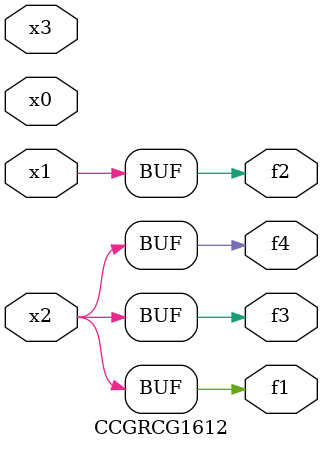
<source format=v>
module CCGRCG1612(
	input x0, x1, x2, x3,
	output f1, f2, f3, f4
);
	assign f1 = x2;
	assign f2 = x1;
	assign f3 = x2;
	assign f4 = x2;
endmodule

</source>
